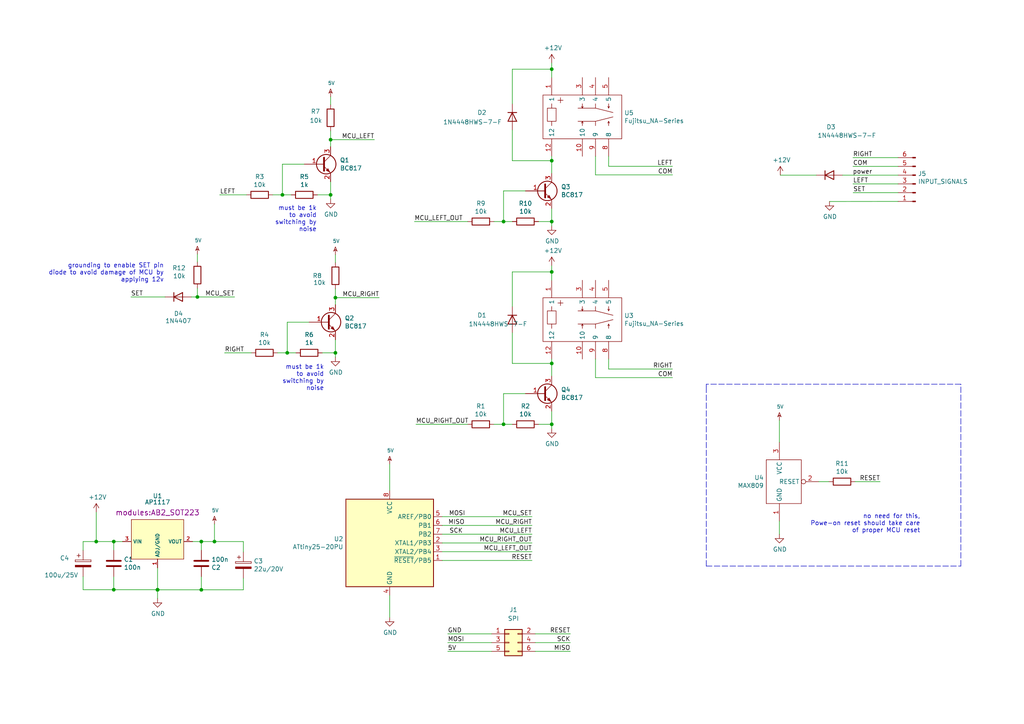
<source format=kicad_sch>
(kicad_sch (version 20200602) (host eeschema "5.99.0-unknown-6083c08~88~ubuntu18.04.1")
  (page 1 1)
  (paper "A4")
  (lib_symbols
    (symbol "Connector:Conn_01x06_Male" (pin_names hide)
      (property "Reference" "J" (at 0 7.62 0))
      (property "Value" "Conn_01x06_Male" (at 0 -10.16 0))
      (symbol "Conn_01x06_Male_1_1"
        (rectangle (start 0.8636 -7.493) (end 0 -7.747) (stroke (width 0.1524)) (fill (type outline)))
        (rectangle (start 0.8636 -4.953) (end 0 -5.207) (stroke (width 0.1524)) (fill (type outline)))
        (rectangle (start 0.8636 -2.413) (end 0 -2.667) (stroke (width 0.1524)) (fill (type outline)))
        (rectangle (start 0.8636 0.127) (end 0 -0.127) (stroke (width 0.1524)) (fill (type outline)))
        (rectangle (start 0.8636 2.667) (end 0 2.413) (stroke (width 0.1524)) (fill (type outline)))
        (rectangle (start 0.8636 5.207) (end 0 4.953) (stroke (width 0.1524)) (fill (type outline)))
        (polyline (pts (xy 1.27 -7.62) (xy 0.8636 -7.62)) (stroke (width 0.1524)))
        (polyline (pts (xy 1.27 -5.08) (xy 0.8636 -5.08)) (stroke (width 0.1524)))
        (polyline (pts (xy 1.27 -2.54) (xy 0.8636 -2.54)) (stroke (width 0.1524)))
        (polyline (pts (xy 1.27 0) (xy 0.8636 0)) (stroke (width 0.1524)))
        (polyline (pts (xy 1.27 2.54) (xy 0.8636 2.54)) (stroke (width 0.1524)))
        (polyline (pts (xy 1.27 5.08) (xy 0.8636 5.08)) (stroke (width 0.1524)))
        (pin passive line (at 5.08 5.08 180) (length 3.81) (name "Pin_1") (number "1"))
        (pin passive line (at 5.08 2.54 180) (length 3.81) (name "Pin_2") (number "2"))
        (pin passive line (at 5.08 0 180) (length 3.81) (name "Pin_3") (number "3"))
        (pin passive line (at 5.08 -2.54 180) (length 3.81) (name "Pin_4") (number "4"))
        (pin passive line (at 5.08 -5.08 180) (length 3.81) (name "Pin_5") (number "5"))
        (pin passive line (at 5.08 -7.62 180) (length 3.81) (name "Pin_6") (number "6"))
      )
    )
    (symbol "Connector_Generic:Conn_02x03_Odd_Even" (pin_names hide)
      (property "Reference" "J" (at 1.27 5.08 0))
      (property "Value" "Conn_02x03_Odd_Even" (at 1.27 -5.08 0))
      (symbol "Conn_02x03_Odd_Even_1_1"
        (rectangle (start -1.27 -2.413) (end 0 -2.667))
        (rectangle (start -1.27 0.127) (end 0 -0.127))
        (rectangle (start -1.27 2.667) (end 0 2.413))
        (rectangle (start -1.27 3.81) (end 3.81 -3.81) (stroke (width 0.254)) (fill (type background)))
        (rectangle (start 3.81 -2.413) (end 2.54 -2.667))
        (rectangle (start 3.81 0.127) (end 2.54 -0.127))
        (rectangle (start 3.81 2.667) (end 2.54 2.413))
        (pin passive line (at -5.08 2.54 0) (length 3.81) (name "Pin_1") (number "1"))
        (pin passive line (at 7.62 2.54 180) (length 3.81) (name "Pin_2") (number "2"))
        (pin passive line (at -5.08 0 0) (length 3.81) (name "Pin_3") (number "3"))
        (pin passive line (at 7.62 0 180) (length 3.81) (name "Pin_4") (number "4"))
        (pin passive line (at -5.08 -2.54 0) (length 3.81) (name "Pin_5") (number "5"))
        (pin passive line (at 7.62 -2.54 180) (length 3.81) (name "Pin_6") (number "6"))
      )
    )
    (symbol "Device:C" (pin_numbers hide) (pin_names (offset 0.254))
      (property "Reference" "C" (at 0.635 2.54 0))
      (property "Value" "C" (at 0.635 -2.54 0))
      (symbol "C_0_1"
        (polyline (pts (xy -2.032 -0.762) (xy 2.032 -0.762)) (stroke (width 0.508)))
        (polyline (pts (xy -2.032 0.762) (xy 2.032 0.762)) (stroke (width 0.508)))
      )
      (symbol "C_1_1"
        (pin passive line (at 0 3.81 270) (length 2.794) (name "~") (number "1"))
        (pin passive line (at 0 -3.81 90) (length 2.794) (name "~") (number "2"))
      )
    )
    (symbol "Device:CP" (pin_numbers hide) (pin_names (offset 0.254))
      (property "Reference" "C" (at 0.635 2.54 0))
      (property "Value" "CP" (at 0.635 -2.54 0))
      (symbol "CP_0_1"
        (rectangle (start -2.286 0.508) (end -2.286 1.016))
        (rectangle (start -2.286 0.508) (end 2.286 0.508))
        (rectangle (start 2.286 -0.508) (end -2.286 -1.016) (fill (type outline)))
        (rectangle (start 2.286 1.016) (end -2.286 1.016))
        (rectangle (start 2.286 1.016) (end 2.286 0.508))
        (polyline (pts (xy -1.778 2.286) (xy -0.762 2.286)))
        (polyline (pts (xy -1.27 2.794) (xy -1.27 1.778)))
      )
      (symbol "CP_1_1"
        (pin passive line (at 0 3.81 270) (length 2.794) (name "~") (number "1"))
        (pin passive line (at 0 -3.81 90) (length 2.794) (name "~") (number "2"))
      )
    )
    (symbol "Device:CP_1" (pin_numbers hide) (pin_names (offset 0.254))
      (property "Reference" "C" (at 0.635 2.54 0))
      (property "Value" "CP" (at 0.635 -2.54 0))
      (symbol "CP_1_0_1"
        (rectangle (start -2.286 0.508) (end 2.286 1.016))
        (rectangle (start 2.286 -0.508) (end -2.286 -1.016) (fill (type outline)))
        (polyline (pts (xy -1.778 2.286) (xy -0.762 2.286)))
        (polyline (pts (xy -1.27 2.794) (xy -1.27 1.778)))
      )
      (symbol "CP_1_1_1"
        (pin passive line (at 0 3.81 270) (length 2.794) (name "~") (number "1"))
        (pin passive line (at 0 -3.81 90) (length 2.794) (name "~") (number "2"))
      )
    )
    (symbol "Device:D" (pin_numbers hide) (pin_names hide)
      (property "Reference" "D" (at 0 2.54 0))
      (property "Value" "D" (at 0 -2.54 0))
      (symbol "D_0_1"
        (polyline (pts (xy -1.27 1.27) (xy -1.27 -1.27)) (stroke (width 0.254)))
        (polyline (pts (xy 1.27 0) (xy -1.27 0)))
        (polyline (pts (xy 1.27 1.27) (xy 1.27 -1.27) (xy -1.27 0) (xy 1.27 1.27)) (stroke (width 0.254)))
      )
      (symbol "D_1_1"
        (pin passive line (at -3.81 0 0) (length 2.54) (name "K") (number "1"))
        (pin passive line (at 3.81 0 180) (length 2.54) (name "A") (number "2"))
      )
    )
    (symbol "Device:D_1" (pin_numbers hide) (pin_names hide)
      (property "Reference" "D" (at 0 2.54 0))
      (property "Value" "D" (at 0 -2.54 0))
      (symbol "D_1_0_1"
        (polyline (pts (xy -1.27 1.27) (xy -1.27 -1.27)) (stroke (width 0.254)))
        (polyline (pts (xy 1.27 0) (xy -1.27 0)))
        (polyline (pts (xy 1.27 1.27) (xy 1.27 -1.27) (xy -1.27 0) (xy 1.27 1.27)) (stroke (width 0.254)))
      )
      (symbol "D_1_1_1"
        (pin passive line (at -3.81 0 0) (length 2.54) (name "K") (number "1"))
        (pin passive line (at 3.81 0 180) (length 2.54) (name "A") (number "2"))
      )
    )
    (symbol "Device:D_2" (pin_numbers hide) (pin_names hide)
      (property "Reference" "D" (at 0 2.54 0))
      (property "Value" "D" (at 0 -2.54 0))
      (symbol "D_2_0_1"
        (polyline (pts (xy -1.27 1.27) (xy -1.27 -1.27)) (stroke (width 0.254)))
        (polyline (pts (xy 1.27 0) (xy -1.27 0)))
        (polyline (pts (xy 1.27 1.27) (xy 1.27 -1.27) (xy -1.27 0) (xy 1.27 1.27)) (stroke (width 0.254)))
      )
      (symbol "D_2_1_1"
        (pin passive line (at -3.81 0 0) (length 2.54) (name "K") (number "1"))
        (pin passive line (at 3.81 0 180) (length 2.54) (name "A") (number "2"))
      )
    )
    (symbol "Device:D_3" (pin_numbers hide) (pin_names hide)
      (property "Reference" "D" (at 0 2.54 0))
      (property "Value" "D" (at 0 -2.54 0))
      (symbol "D_3_0_1"
        (polyline (pts (xy -1.27 1.27) (xy -1.27 -1.27)) (stroke (width 0.254)))
        (polyline (pts (xy 1.27 0) (xy -1.27 0)))
        (polyline (pts (xy 1.27 1.27) (xy 1.27 -1.27) (xy -1.27 0) (xy 1.27 1.27)) (stroke (width 0.254)))
      )
      (symbol "D_3_1_1"
        (pin passive line (at -3.81 0 0) (length 2.54) (name "K") (number "1"))
        (pin passive line (at 3.81 0 180) (length 2.54) (name "A") (number "2"))
      )
    )
    (symbol "Device:R" (pin_numbers hide) (pin_names (offset 0))
      (property "Reference" "R" (at 2.032 0 90))
      (property "Value" "R" (at 0 0 90))
      (symbol "R_0_1"
        (rectangle (start -1.016 -2.54) (end 1.016 2.54) (stroke (width 0.254)))
      )
      (symbol "R_1_1"
        (pin passive line (at 0 3.81 270) (length 1.27) (name "~") (number "1"))
        (pin passive line (at 0 -3.81 90) (length 1.27) (name "~") (number "2"))
      )
    )
    (symbol "Fujitsu_Takamisawa_relays:Fujitsu_NA-Series"
      (property "Reference" "U" (at -2.54 2.54 0))
      (property "Value" "Fujitsu_NA-Series" (at 22.86 0 0))
      (symbol "Fujitsu_NA-Series_0_1"
        (rectangle (start -10.16 7.62) (end 12.7 -5.08))
        (rectangle (start -8.89 3.81) (end -6.35 0))
        (polyline (pts (xy -7.62 0) (xy -7.62 -1.27)))
        (polyline (pts (xy -7.62 3.81) (xy -7.62 5.08)))
        (polyline (pts (xy -5.842 6.096) (xy -4.318 6.096)))
        (polyline (pts (xy -5.08 6.858) (xy -5.08 5.334)))
        (polyline (pts (xy 1.27 -1.27) (xy 1.27 0)))
        (polyline (pts (xy 1.27 5.08) (xy 1.27 3.81)))
        (polyline (pts (xy 5.08 3.81) (xy 10.16 2.54)))
        (polyline (pts (xy 8.89 0) (xy 8.89 -1.27)))
        (polyline (pts (xy 8.89 3.81) (xy 8.89 5.08)))
        (polyline (pts (xy 10.16 1.27) (xy 5.08 0)))
        (polyline (pts (xy 0 0) (xy 5.08 0) (xy 5.08 -1.27)))
        (polyline (pts (xy 0 3.81) (xy 5.08 3.81) (xy 5.08 5.08)))
        (polyline (pts (xy 1.016 -0.508) (xy 1.27 0) (xy 1.524 -0.508)))
        (polyline (pts (xy 1.016 4.318) (xy 1.27 3.81) (xy 1.524 4.318)))
        (polyline (pts (xy 8.636 -0.508) (xy 8.89 0) (xy 9.144 -0.508)))
        (polyline (pts (xy 9.144 4.318) (xy 8.89 3.81) (xy 8.636 4.318)))
      )
      (symbol "Fujitsu_NA-Series_1_1"
        (pin input line (at -7.62 12.7 270) (length 5.08) (name "1") (number "1"))
        (pin input line (at 1.27 -10.16 90) (length 5.08) (name "10") (number "10"))
        (pin input line (at -7.62 -10.16 90) (length 5.08) (name "12") (number "12"))
        (pin input line (at 1.27 12.7 270) (length 5.08) (name "3") (number "3"))
        (pin input line (at 5.08 12.7 270) (length 5.08) (name "4") (number "4"))
        (pin input line (at 8.89 12.7 270) (length 5.08) (name "5") (number "5"))
        (pin input line (at 8.89 -10.16 90) (length 5.08) (name "8") (number "8"))
        (pin input line (at 5.08 -10.16 90) (length 5.08) (name "9") (number "9"))
      )
    )
    (symbol "MAX809_810:MAX809"
      (property "Reference" "U" (at 5.08 -10.16 0))
      (property "Value" "MAX809" (at 3.81 -11.43 0))
      (symbol "MAX809_0_1"
        (rectangle (start -5.08 -8.89) (end -5.08 3.81))
        (rectangle (start -5.08 -8.89) (end 5.08 -8.89))
        (rectangle (start -5.08 3.81) (end 5.08 3.81))
        (rectangle (start 5.08 3.81) (end 5.08 -8.89))
      )
      (symbol "MAX809_1_1"
        (pin power_in line (at -1.27 -13.97 90) (length 5.08) (name "GND") (number "1"))
        (pin output inverted (at 10.16 -2.54 180) (length 5.08) (name "RESET") (number "2"))
        (pin power_in line (at -1.27 8.89 270) (length 5.08) (name "VCC") (number "3"))
      )
    )
    (symbol "MCU_Microchip_ATtiny:ATtiny25-20PU" (pin_names (offset 0.508))
      (property "Reference" "U" (at -12.7 13.97 0))
      (property "Value" "ATtiny25-20PU" (at 2.54 -13.97 0))
      (symbol "ATtiny25-20PU_0_1"
        (rectangle (start -12.7 -12.7) (end 12.7 12.7) (stroke (width 0.254)) (fill (type background)))
      )
      (symbol "ATtiny25-20PU_1_1"
        (pin tri_state line (at 15.24 -5.08 180) (length 2.54) (name "~RESET~/PB5") (number "1"))
        (pin tri_state line (at 15.24 0 180) (length 2.54) (name "XTAL1/PB3") (number "2"))
        (pin tri_state line (at 15.24 -2.54 180) (length 2.54) (name "XTAL2/PB4") (number "3"))
        (pin power_in line (at 0 -15.24 90) (length 2.54) (name "GND") (number "4"))
        (pin tri_state line (at 15.24 7.62 180) (length 2.54) (name "AREF/PB0") (number "5"))
        (pin tri_state line (at 15.24 5.08 180) (length 2.54) (name "PB1") (number "6"))
        (pin tri_state line (at 15.24 2.54 180) (length 2.54) (name "PB2") (number "7"))
        (pin power_in line (at 0 15.24 270) (length 2.54) (name "VCC") (number "8"))
      )
    )
    (symbol "Transistor_BJT:BC817" (pin_names (offset 0) hide)
      (property "Reference" "Q" (at 5.08 1.905 0))
      (property "Value" "BC817" (at 5.08 0 0))
      (symbol "BC817_0_1"
        (circle (center 1.27 0) (radius 2.8194) (stroke (width 0.254)))
        (polyline (pts (xy 0.635 0.635) (xy 2.54 2.54)))
        (polyline (pts (xy 0.635 -0.635) (xy 2.54 -2.54) (xy 2.54 -2.54)))
        (polyline (pts (xy 0.635 1.905) (xy 0.635 -1.905) (xy 0.635 -1.905)) (stroke (width 0.508)))
        (polyline (pts (xy 1.27 -1.778) (xy 1.778 -1.27) (xy 2.286 -2.286) (xy 1.27 -1.778) (xy 1.27 -1.778)) (fill (type outline)))
      )
      (symbol "BC817_1_1"
        (pin input line (at -5.08 0 0) (length 5.715) (name "B") (number "1"))
        (pin passive line (at 2.54 -5.08 90) (length 2.54) (name "E") (number "2"))
        (pin passive line (at 2.54 5.08 270) (length 2.54) (name "C") (number "3"))
      )
    )
    (symbol "open-project:AP1117"
      (property "Reference" "U" (at 6.35 -6.35 0))
      (property "Value" "AP1117" (at 0 7.62 0))
      (symbol "AP1117_0_1"
        (rectangle (start -7.62 6.35) (end 7.62 -5.08) (fill (type background)))
      )
      (symbol "AP1117_1_1"
        (pin input line (at 0 -7.62 90) (length 2.54) (name "ADJ/GND") (number "1"))
        (pin power_out line (at 10.16 0 180) (length 2.54) (name "VOUT") (number "2"))
        (pin input line (at -10.16 0 0) (length 2.54) (name "VIN") (number "3"))
      )
    )
    (symbol "power:+12V" (power) (pin_names (offset 0))
      (property "Value" "+12V" (at 0 3.556 0))
      (symbol "+12V_0_1"
        (polyline (pts (xy -0.762 1.27) (xy 0 2.54)))
        (polyline (pts (xy 0 0) (xy 0 2.54)))
        (polyline (pts (xy 0 2.54) (xy 0.762 1.27)))
      )
      (symbol "+12V_1_1"
        (pin power_in line (at 0 0 90) (length 0) hide (name "+12V") (number "1"))
      )
    )
    (symbol "power:GND" (power) (pin_names (offset 0))
      (property "Value" "GND" (at 0 -3.81 0))
      (symbol "GND_0_1"
        (polyline (pts (xy 0 0) (xy 0 -1.27) (xy 1.27 -1.27) (xy 0 -2.54) (xy -1.27 -1.27) (xy 0 -1.27)))
      )
      (symbol "GND_1_1"
        (pin power_in line (at 0 0 270) (length 0) hide (name "GND") (number "1"))
      )
    )
    (symbol "tinkerforge:5V" (power) (pin_names (offset 0))
      (property "Value" "5V" (at 0 3.175 0))
      (symbol "5V_0_1"
        (polyline (pts (xy 0 1.524) (xy 0 0)))
        (polyline (pts (xy 0 1.524) (xy 0.508 1.016) (xy 0 2.286) (xy -0.508 1.016) (xy 0 1.524) (xy 0 1.524)))
      )
      (symbol "5V_0_0"
        (pin power_in line (at 0 0 90) (length 0) hide (name "5V") (number "1"))
      )
    )
  )
  (junction (at 27.9146 157.0736))
  (junction (at 32.9946 157.0736))
  (junction (at 32.9946 171.0436))
  (junction (at 45.6946 171.0436))
  (junction (at 45.6946 171.069))
  (junction (at 57.2516 86.1314))
  (junction (at 58.3946 157.0736))
  (junction (at 58.3946 171.069))
  (junction (at 62.2046 157.0736))
  (junction (at 81.915 56.515))
  (junction (at 83.312 102.3366))
  (junction (at 95.885 40.513))
  (junction (at 95.885 56.515))
  (junction (at 97.282 86.3346))
  (junction (at 97.282 102.3366))
  (junction (at 146.05 64.262))
  (junction (at 146.05 123.063))
  (junction (at 160.02 20.066))
  (junction (at 160.02 46.609))
  (junction (at 160.02 64.262))
  (junction (at 160.02 78.867))
  (junction (at 160.02 105.41))
  (junction (at 160.02 123.063))
  (wire (pts (xy 24.1046 157.0736) (xy 27.9146 157.0736)))
  (wire (pts (xy 24.1046 159.6136) (xy 24.1046 157.0736)))
  (wire (pts (xy 24.1046 167.2336) (xy 24.1046 171.0436)))
  (wire (pts (xy 24.1046 171.0436) (xy 32.9946 171.0436)))
  (wire (pts (xy 27.9146 148.59) (xy 27.9146 157.0736)))
  (wire (pts (xy 32.9946 157.0736) (xy 27.9146 157.0736)))
  (wire (pts (xy 32.9946 159.6136) (xy 32.9946 157.0736)))
  (wire (pts (xy 32.9946 171.0436) (xy 32.9946 167.2336)))
  (wire (pts (xy 35.5346 157.0736) (xy 32.9946 157.0736)))
  (wire (pts (xy 37.973 86.1314) (xy 47.879 86.1314)))
  (wire (pts (xy 45.6946 164.6936) (xy 45.6946 171.0436)))
  (wire (pts (xy 45.6946 171.0436) (xy 32.9946 171.0436)))
  (wire (pts (xy 45.6946 171.069) (xy 45.6946 171.0436)))
  (wire (pts (xy 45.6946 171.069) (xy 45.6946 173.5836)))
  (wire (pts (xy 45.6946 171.069) (xy 58.3946 171.069)))
  (wire (pts (xy 55.499 86.1314) (xy 57.2516 86.1314)))
  (wire (pts (xy 55.8546 157.0736) (xy 58.3946 157.0736)))
  (wire (pts (xy 57.2516 73.6854) (xy 57.2516 75.9714)))
  (wire (pts (xy 57.2516 83.5914) (xy 57.2516 86.1314)))
  (wire (pts (xy 57.2516 86.1314) (xy 68.0466 86.1314)))
  (wire (pts (xy 58.3946 157.0736) (xy 62.2046 157.0736)))
  (wire (pts (xy 58.3946 159.6136) (xy 58.3946 157.0736)))
  (wire (pts (xy 58.3946 167.2336) (xy 58.3946 171.069)))
  (wire (pts (xy 58.3946 171.069) (xy 70.5866 171.069)))
  (wire (pts (xy 62.2046 157.0736) (xy 62.2046 151.9936)))
  (wire (pts (xy 62.2046 157.0736) (xy 70.5866 157.0736)))
  (wire (pts (xy 63.7794 56.515) (xy 63.7794 56.5404)))
  (wire (pts (xy 65.1764 102.3366) (xy 65.1764 102.362)))
  (wire (pts (xy 70.5866 157.0736) (xy 70.5866 160.0962)))
  (wire (pts (xy 70.5866 167.7162) (xy 70.5866 171.069)))
  (wire (pts (xy 71.501 56.515) (xy 63.7794 56.515)))
  (wire (pts (xy 72.898 102.3366) (xy 65.1764 102.3366)))
  (wire (pts (xy 81.915 47.625) (xy 81.915 56.515)))
  (wire (pts (xy 81.915 47.625) (xy 88.265 47.625)))
  (wire (pts (xy 81.915 56.515) (xy 79.121 56.515)))
  (wire (pts (xy 81.915 56.515) (xy 84.455 56.515)))
  (wire (pts (xy 83.312 93.4466) (xy 83.312 102.3366)))
  (wire (pts (xy 83.312 93.4466) (xy 89.662 93.4466)))
  (wire (pts (xy 83.312 102.3366) (xy 80.518 102.3366)))
  (wire (pts (xy 83.312 102.3366) (xy 85.852 102.3366)))
  (wire (pts (xy 92.075 56.515) (xy 95.885 56.515)))
  (wire (pts (xy 93.472 102.3366) (xy 97.282 102.3366)))
  (wire (pts (xy 95.885 28.067) (xy 95.885 30.353)))
  (wire (pts (xy 95.885 37.973) (xy 95.885 40.513)))
  (wire (pts (xy 95.885 40.513) (xy 95.885 42.545)))
  (wire (pts (xy 95.885 40.513) (xy 108.585 40.513)))
  (wire (pts (xy 95.885 52.705) (xy 95.885 56.515)))
  (wire (pts (xy 95.885 57.785) (xy 95.885 56.515)))
  (wire (pts (xy 97.282 73.8886) (xy 97.282 76.1746)))
  (wire (pts (xy 97.282 83.7946) (xy 97.282 86.3346)))
  (wire (pts (xy 97.282 86.3346) (xy 97.282 88.3666)))
  (wire (pts (xy 97.282 86.3346) (xy 109.982 86.3346)))
  (wire (pts (xy 97.282 98.5266) (xy 97.282 102.3366)))
  (wire (pts (xy 97.282 103.6066) (xy 97.282 102.3366)))
  (wire (pts (xy 113.03 134.62) (xy 113.03 142.24)))
  (wire (pts (xy 113.03 172.72) (xy 113.03 179.07)))
  (wire (pts (xy 120.1928 64.262) (xy 135.6614 64.262)))
  (wire (pts (xy 120.65 123.063) (xy 135.636 123.063)))
  (wire (pts (xy 128.27 149.86) (xy 154.305 149.86)))
  (wire (pts (xy 128.27 152.4) (xy 154.305 152.4)))
  (wire (pts (xy 128.27 154.94) (xy 154.305 154.94)))
  (wire (pts (xy 128.27 157.48) (xy 154.305 157.48)))
  (wire (pts (xy 128.27 160.02) (xy 154.305 160.02)))
  (wire (pts (xy 128.27 162.56) (xy 154.305 162.56)))
  (wire (pts (xy 129.8702 183.8452) (xy 142.5702 183.8452)))
  (wire (pts (xy 129.8702 186.3852) (xy 142.5702 186.3852)))
  (wire (pts (xy 129.8702 188.9252) (xy 142.5702 188.9252)))
  (wire (pts (xy 146.05 55.372) (xy 146.05 64.262)))
  (wire (pts (xy 146.05 55.372) (xy 152.4 55.372)))
  (wire (pts (xy 146.05 64.262) (xy 143.2814 64.262)))
  (wire (pts (xy 146.05 64.262) (xy 148.59 64.262)))
  (wire (pts (xy 146.05 114.173) (xy 146.05 123.063)))
  (wire (pts (xy 146.05 114.173) (xy 152.4 114.173)))
  (wire (pts (xy 146.05 123.063) (xy 143.256 123.063)))
  (wire (pts (xy 146.05 123.063) (xy 148.59 123.063)))
  (wire (pts (xy 148.59 20.066) (xy 148.59 30.099)))
  (wire (pts (xy 148.59 20.066) (xy 160.02 20.066)))
  (wire (pts (xy 148.59 37.719) (xy 148.59 46.609)))
  (wire (pts (xy 148.59 46.609) (xy 160.02 46.609)))
  (wire (pts (xy 148.59 78.867) (xy 148.59 88.9)))
  (wire (pts (xy 148.59 78.867) (xy 160.02 78.867)))
  (wire (pts (xy 148.59 96.52) (xy 148.59 105.41)))
  (wire (pts (xy 148.59 105.41) (xy 160.02 105.41)))
  (wire (pts (xy 155.2702 183.8452) (xy 165.4302 183.8452)))
  (wire (pts (xy 155.2702 186.3852) (xy 165.4302 186.3852)))
  (wire (pts (xy 155.2702 188.9252) (xy 165.4302 188.9252)))
  (wire (pts (xy 156.21 64.262) (xy 160.02 64.262)))
  (wire (pts (xy 156.21 123.063) (xy 160.02 123.063)))
  (wire (pts (xy 160.02 20.066) (xy 160.02 18.288)))
  (wire (pts (xy 160.02 20.066) (xy 160.02 22.479)))
  (wire (pts (xy 160.02 46.609) (xy 160.02 45.339)))
  (wire (pts (xy 160.02 46.609) (xy 160.02 50.292)))
  (wire (pts (xy 160.02 60.452) (xy 160.02 64.262)))
  (wire (pts (xy 160.02 65.532) (xy 160.02 64.262)))
  (wire (pts (xy 160.02 78.867) (xy 160.02 77.089)))
  (wire (pts (xy 160.02 78.867) (xy 160.02 78.8416)))
  (wire (pts (xy 160.02 78.867) (xy 160.02 81.28)))
  (wire (pts (xy 160.02 105.41) (xy 160.02 104.14)))
  (wire (pts (xy 160.02 105.41) (xy 160.02 109.093)))
  (wire (pts (xy 160.02 119.253) (xy 160.02 123.063)))
  (wire (pts (xy 160.02 124.333) (xy 160.02 123.063)))
  (wire (pts (xy 172.72 45.339) (xy 172.72 50.7238)))
  (wire (pts (xy 172.72 50.7238) (xy 195.072 50.7238)))
  (wire (pts (xy 172.72 104.14) (xy 172.72 109.5248)))
  (wire (pts (xy 172.72 109.5248) (xy 195.072 109.5248)))
  (wire (pts (xy 176.53 45.339) (xy 176.53 48.2346)))
  (wire (pts (xy 176.53 48.2346) (xy 195.0466 48.2346)))
  (wire (pts (xy 176.53 104.14) (xy 176.53 107.0356)))
  (wire (pts (xy 176.53 107.0356) (xy 195.0466 107.0356)))
  (wire (pts (xy 226.06 121.92) (xy 226.06 128.27)))
  (wire (pts (xy 226.06 151.13) (xy 226.06 154.94)))
  (wire (pts (xy 236.7534 50.8) (xy 226.314 50.8)))
  (wire (pts (xy 237.49 139.7) (xy 240.411 139.7)))
  (wire (pts (xy 248.031 139.7) (xy 255.27 139.7)))
  (wire (pts (xy 260.477 45.72) (xy 247.396 45.72)))
  (wire (pts (xy 260.477 48.26) (xy 247.396 48.26)))
  (wire (pts (xy 260.477 50.8) (xy 244.3734 50.8)))
  (wire (pts (xy 260.477 53.34) (xy 247.396 53.34)))
  (wire (pts (xy 260.477 55.88) (xy 247.4468 55.88)))
  (wire (pts (xy 260.477 58.42) (xy 240.5888 58.4454)))
  (polyline (pts (xy 204.851 111.4298) (xy 204.851 112.2426)) (stroke (width 0) (type dash)))
  (polyline (pts (xy 204.851 112.2426) (xy 204.851 164.1856)) (stroke (width 0) (type dash)))
  (polyline (pts (xy 204.851 164.1856) (xy 278.6888 164.1856)) (stroke (width 0) (type dash)))
  (polyline (pts (xy 278.6888 111.4298) (xy 204.851 111.4298)) (stroke (width 0) (type dash)))
  (polyline (pts (xy 278.6888 164.1856) (xy 278.6888 111.4298)) (stroke (width 0) (type dash)))
  (text "grounding to enable SET pin\ndiode to avoid damage of MCU by\napplying 12v" (at 47.5488 81.9658 0) (effects (font (size 1.27 1.27)) (justify right bottom)))
  (text "must be 1k\nto avoid\nswitching by\nnoise" (at 91.8718 67.3608 180) (effects (font (size 1.27 1.27)) (justify right bottom)))
  (text "must be 1k\nto avoid\nswitching by\nnoise" (at 94.0054 113.4364 180) (effects (font (size 1.27 1.27)) (justify right bottom)))
  (text "no need for this,\nPowe-on reset should take care\nof proper MCU reset" (at 266.9286 154.686 0) (effects (font (size 1.27 1.27)) (justify right bottom)))
  (label "SET" (at 37.973 86.1314 0))
  (label "LEFT" (at 63.7794 56.5404 0))
  (label "RIGHT" (at 65.1764 102.362 0))
  (label "MCU_SET" (at 68.0466 86.1314 180))
  (label "MCU_LEFT" (at 108.585 40.513 180))
  (label "MCU_RIGHT" (at 109.982 86.3346 180))
  (label "MCU_LEFT_OUT" (at 120.1928 64.262 0))
  (label "MCU_RIGHT_OUT" (at 120.65 123.063 0))
  (label "GND" (at 129.8702 183.8452 0))
  (label "MOSI" (at 129.8702 186.3852 0))
  (label "5V" (at 129.8702 188.9252 0))
  (label "SCK" (at 134.2644 154.94 180))
  (label "MISO" (at 134.7724 152.4 180))
  (label "MOSI" (at 134.9756 149.86 180))
  (label "MCU_SET" (at 154.305 149.86 180))
  (label "MCU_RIGHT" (at 154.305 152.4 180))
  (label "MCU_LEFT" (at 154.305 154.94 180))
  (label "MCU_RIGHT_OUT" (at 154.305 157.48 180))
  (label "MCU_LEFT_OUT" (at 154.305 160.02 180))
  (label "RESET" (at 154.305 162.56 180))
  (label "RESET" (at 165.4302 183.8452 180))
  (label "SCK" (at 165.4302 186.3852 180))
  (label "MISO" (at 165.4302 188.9252 180))
  (label "LEFT" (at 195.0466 48.2346 180))
  (label "RIGHT" (at 195.0466 107.0356 180))
  (label "COM" (at 195.072 50.7238 180))
  (label "COM" (at 195.072 109.5248 180))
  (label "RIGHT" (at 247.396 45.72 0))
  (label "COM" (at 247.396 48.26 0))
  (label "LEFT" (at 247.396 53.34 0))
  (label "SET" (at 247.4468 55.88 0))
  (label "power" (at 253.0094 50.8 180))
  (label "RESET" (at 255.27 139.7 180))
  (symbol (lib_id "tinkerforge:5V") (at 57.2516 73.6854 0) (unit 1)
    (property "Reference" "#PWR0112" (effects hide))
    (property "Value" "5V" (at 57.4802 69.723 0) (effects (font (size 1.016 1.016))))
  )
  (symbol (lib_id "tinkerforge:5V") (at 62.2046 151.9936 0) (unit 1)
    (property "Reference" "#PWR0118" (effects hide))
    (property "Value" "5V" (at 62.4332 148.0312 0) (effects (font (size 1.016 1.016))))
  )
  (symbol (lib_id "tinkerforge:5V") (at 95.885 28.067 0) (unit 1)
    (property "Reference" "#PWR0102" (effects hide))
    (property "Value" "5V" (at 96.1136 24.1046 0) (effects (font (size 1.016 1.016))))
  )
  (symbol (lib_id "tinkerforge:5V") (at 97.282 73.8886 0) (unit 1)
    (property "Reference" "#PWR0104" (effects hide))
    (property "Value" "5V" (at 97.5106 69.9262 0) (effects (font (size 1.016 1.016))))
  )
  (symbol (lib_id "tinkerforge:5V") (at 113.03 134.62 0) (unit 1)
    (property "Reference" "#PWR0120" (effects hide))
    (property "Value" "5V" (at 113.2586 130.6576 0) (effects (font (size 1.016 1.016))))
  )
  (symbol (lib_id "tinkerforge:5V") (at 226.06 121.92 0) (unit 1)
    (property "Reference" "#PWR02" (effects hide))
    (property "Value" "5V" (at 226.2886 117.9576 0) (effects (font (size 1.016 1.016))))
  )
  (symbol (lib_id "power:+12V") (at 27.9146 148.59 0) (unit 1)
    (property "Reference" "#PWR0115" (effects hide))
    (property "Value" "+12V" (at 28.2956 144.1958 0))
  )
  (symbol (lib_id "power:+12V") (at 160.02 18.288 0) (unit 1)
    (property "Reference" "#PWR0108" (effects hide))
    (property "Value" "+12V" (at 160.401 13.8938 0))
  )
  (symbol (lib_id "power:+12V") (at 160.02 77.089 0) (unit 1)
    (property "Reference" "#PWR0101" (effects hide))
    (property "Value" "+12V" (at 160.401 72.6948 0))
  )
  (symbol (lib_id "power:+12V") (at 226.314 50.8 0) (unit 1)
    (property "Reference" "#PWR0111" (effects hide))
    (property "Value" "+12V" (at 226.695 46.4058 0))
  )
  (symbol (lib_id "power:GND") (at 45.6946 173.5836 0) (unit 1)
    (property "Reference" "#PWR0110" (effects hide))
    (property "Value" "GND" (at 45.8216 177.9778 0))
  )
  (symbol (lib_id "power:GND") (at 95.885 57.785 0) (unit 1)
    (property "Reference" "#PWR0103" (effects hide))
    (property "Value" "GND" (at 96.012 62.1792 0))
  )
  (symbol (lib_id "power:GND") (at 97.282 103.6066 0) (unit 1)
    (property "Reference" "#PWR0106" (effects hide))
    (property "Value" "GND" (at 97.409 108.0008 0))
  )
  (symbol (lib_id "power:GND") (at 113.03 179.07 0) (unit 1)
    (property "Reference" "#PWR0119" (effects hide))
    (property "Value" "GND" (at 113.157 183.4642 0))
  )
  (symbol (lib_id "power:GND") (at 160.02 65.532 0) (unit 1)
    (property "Reference" "#PWR0105" (effects hide))
    (property "Value" "GND" (at 160.147 69.9262 0))
  )
  (symbol (lib_id "power:GND") (at 160.02 124.333 0) (unit 1)
    (property "Reference" "#PWR0107" (effects hide))
    (property "Value" "GND" (at 160.147 128.7272 0))
  )
  (symbol (lib_id "power:GND") (at 226.06 154.94 0) (unit 1)
    (property "Reference" "#PWR03" (effects hide))
    (property "Value" "GND" (at 226.187 159.3342 0))
  )
  (symbol (lib_id "power:GND") (at 240.5888 58.4454 0) (unit 1)
    (property "Reference" "#PWR0109" (effects hide))
    (property "Value" "GND" (at 240.7158 62.8396 0))
  )
  (symbol (lib_id "Device:R") (at 57.2516 79.7814 0) (unit 1)
    (property "Reference" "R12" (at 51.9176 77.724 0))
    (property "Value" "10k" (at 51.9938 80.0608 0))
    (property "Footprint" "Resistors_SMD.pretty:R_0805_HandSoldering" (effects hide))
  )
  (symbol (lib_id "Device:R") (at 75.311 56.515 270) (unit 1)
    (property "Reference" "R3" (at 75.311 51.2572 90))
    (property "Value" "10k" (at 75.311 53.5686 90))
    (property "Footprint" "Resistors_SMD.pretty:R_0805_HandSoldering" (effects hide))
  )
  (symbol (lib_id "Device:R") (at 76.708 102.3366 270) (unit 1)
    (property "Reference" "R4" (at 76.708 97.0788 90))
    (property "Value" "10k" (at 76.708 99.3902 90))
    (property "Footprint" "Resistors_SMD.pretty:R_0805_HandSoldering" (effects hide))
  )
  (symbol (lib_id "Device:R") (at 88.265 56.515 270) (unit 1)
    (property "Reference" "R5" (at 88.265 51.2572 90))
    (property "Value" "1k" (at 88.265 53.569 90))
    (property "Footprint" "Resistors_SMD.pretty:R_0805_HandSoldering" (effects hide))
  )
  (symbol (lib_id "Device:R") (at 89.662 102.3366 270) (unit 1)
    (property "Reference" "R6" (at 89.662 97.0788 90))
    (property "Value" "1k" (at 89.6624 99.3906 90))
    (property "Footprint" "Resistors_SMD.pretty:R_0805_HandSoldering" (effects hide))
  )
  (symbol (lib_id "Device:R") (at 95.885 34.163 0) (unit 1)
    (property "Reference" "R7" (at 91.4908 32.3342 0))
    (property "Value" "10k" (at 91.6178 34.9504 0))
    (property "Footprint" "Resistors_SMD.pretty:R_0805_HandSoldering" (effects hide))
  )
  (symbol (lib_id "Device:R") (at 97.282 79.9846 0) (unit 1)
    (property "Reference" "R8" (at 92.0242 79.9846 0))
    (property "Value" "10k" (at 92.6846 81.9658 0))
    (property "Footprint" "Resistors_SMD.pretty:R_0805_HandSoldering" (effects hide))
  )
  (symbol (lib_id "Device:R") (at 139.446 123.063 270) (unit 1)
    (property "Reference" "R1" (at 139.446 117.8052 90))
    (property "Value" "10k" (at 139.446 120.1166 90))
    (property "Footprint" "Resistors_SMD.pretty:R_0805_HandSoldering" (effects hide))
  )
  (symbol (lib_id "Device:R") (at 139.4714 64.262 270) (unit 1)
    (property "Reference" "R9" (at 139.4714 59.0042 90))
    (property "Value" "10k" (at 139.4714 61.3156 90))
    (property "Footprint" "Resistors_SMD.pretty:R_0805_HandSoldering" (effects hide))
  )
  (symbol (lib_id "Device:R") (at 152.4 64.262 270) (unit 1)
    (property "Reference" "R10" (at 152.4 59.0042 90))
    (property "Value" "10k" (at 152.4 61.316 90))
    (property "Footprint" "Resistors_SMD.pretty:R_0805_HandSoldering" (effects hide))
  )
  (symbol (lib_id "Device:R") (at 152.4 123.063 270) (unit 1)
    (property "Reference" "R2" (at 152.4 117.8052 90))
    (property "Value" "10k" (at 152.4 120.117 90))
    (property "Footprint" "Resistors_SMD.pretty:R_0805_HandSoldering" (effects hide))
  )
  (symbol (lib_id "Device:R") (at 244.221 139.7 270) (unit 1)
    (property "Reference" "R11" (at 244.221 134.4422 90))
    (property "Value" "10k" (at 244.221 136.7536 90))
    (property "Footprint" "Resistors_SMD.pretty:R_0805_HandSoldering" (effects hide))
  )
  (symbol (lib_name "Device:D_1") (lib_id "Device:D") (at 51.689 86.1314 0) (unit 1)
    (property "Reference" "D4" (at 50.419 90.9574 0) (effects (justify left)))
    (property "Value" "1N4407" (at 47.9044 93.0656 0) (effects (justify left)))
    (property "Footprint" "Diodes_SMD:D_SOD-323_HandSoldering" (effects hide))
  )
  (symbol (lib_name "Device:D_3") (lib_id "Device:D") (at 148.59 33.909 270) (unit 1)
    (property "Reference" "D2" (at 138.43 32.639 90) (effects (justify left)))
    (property "Value" "1N4448HWS-7-F" (at 128.4986 35.4076 90) (effects (justify left)))
    (property "Footprint" "Diodes_SMD:D_SOD-323_HandSoldering" (effects hide))
  )
  (symbol (lib_name "Device:D_2") (lib_id "Device:D") (at 148.59 92.71 270) (unit 1)
    (property "Reference" "D1" (at 138.43 91.44 90) (effects (justify left)))
    (property "Value" "1N4448HWS-7-F" (at 135.89 93.98 90) (effects (justify left)))
    (property "Footprint" "Diodes_SMD:D_SOD-323_HandSoldering" (effects hide))
  )
  (symbol (lib_id "Device:D") (at 240.5634 50.8 0) (unit 1)
    (property "Reference" "D3" (at 239.6744 36.83 0) (effects (justify left)))
    (property "Value" "1N4448HWS-7-F" (at 237.084 39.294 0) (effects (justify left)))
    (property "Footprint" "Diodes_SMD:D_SOD-323_HandSoldering" (effects hide))
  )
  (symbol (lib_id "Device:CP") (at 24.1046 163.4236 0) (unit 1)
    (property "Reference" "C4" (at 17.3736 161.8742 0) (effects (justify left)))
    (property "Value" "100u/25V" (at 12.8524 166.8018 0) (effects (justify left)))
    (property "Footprint" "Capacitors_Tantalum_SMD:CP_Tantalum_Case-D_EIA-7343-31_Hand" (effects hide))
  )
  (symbol (lib_id "Device:C") (at 32.9946 163.4236 0) (unit 1)
    (property "Reference" "C1" (at 35.9156 162.2552 0) (effects (justify left)))
    (property "Value" "100n" (at 35.9156 164.5666 0) (effects (justify left)))
    (property "Footprint" "Capacitors_SMD.pretty:C_0805_HandSoldering" (effects hide))
  )
  (symbol (lib_id "Device:C") (at 58.3946 163.4236 0) (mirror x) (unit 1)
    (property "Reference" "C2" (at 61.3156 164.592 0) (effects (justify left)))
    (property "Value" "100n" (at 61.3156 162.2806 0) (effects (justify left)))
    (property "Footprint" "Capacitors_SMD.pretty:C_0805_HandSoldering" (effects hide))
  )
  (symbol (lib_name "Device:CP_1") (lib_id "Device:CP") (at 70.5866 163.9062 0) (unit 1)
    (property "Reference" "C3" (at 73.5838 162.7378 0) (effects (justify left)))
    (property "Value" "22u/20V" (at 73.5838 165.0492 0) (effects (justify left)))
    (property "Footprint" "Capacitors_Tantalum_SMD:CP_Tantalum_Case-B_EIA-3528-21_Hand" (effects hide))
  )
  (symbol (lib_id "Connector:Conn_01x06_Male") (at 265.557 53.34 180) (unit 1)
    (property "Reference" "J5" (at 266.2682 50.3682 0) (effects (justify right)))
    (property "Value" "INPUT_SIGNALS" (at 266.268 52.654 0) (effects (justify right)))
    (property "Footprint" "Connectors_Molex:Molex_MiniFit-JR-5569-06A2_2x03x4.20mm_Angled" (effects hide))
  )
  (symbol (lib_id "Transistor_BJT:BC817") (at 93.345 47.625 0) (unit 1)
    (property "Reference" "Q1" (at 98.5774 46.4566 0) (effects (justify left)))
    (property "Value" "BC817" (at 98.5774 48.768 0) (effects (justify left)))
    (property "Footprint" "Housings_SOT-23_SOT-143_TSOT-6.pretty:SOT-23_Handsoldering" (effects hide))
  )
  (symbol (lib_id "Transistor_BJT:BC817") (at 94.742 93.4466 0) (unit 1)
    (property "Reference" "Q2" (at 99.9744 92.2782 0) (effects (justify left)))
    (property "Value" "BC817" (at 99.9744 94.5896 0) (effects (justify left)))
    (property "Footprint" "Housings_SOT-23_SOT-143_TSOT-6.pretty:SOT-23_Handsoldering" (effects hide))
  )
  (symbol (lib_id "Transistor_BJT:BC817") (at 157.48 55.372 0) (unit 1)
    (property "Reference" "Q3" (at 162.7124 54.2036 0) (effects (justify left)))
    (property "Value" "BC817" (at 162.7124 56.515 0) (effects (justify left)))
    (property "Footprint" "Housings_SOT-23_SOT-143_TSOT-6.pretty:SOT-23_Handsoldering" (effects hide))
  )
  (symbol (lib_id "Transistor_BJT:BC817") (at 157.48 114.173 0) (unit 1)
    (property "Reference" "Q4" (at 162.7124 113.0046 0) (effects (justify left)))
    (property "Value" "BC817" (at 162.7124 115.316 0) (effects (justify left)))
    (property "Footprint" "Housings_SOT-23_SOT-143_TSOT-6.pretty:SOT-23_Handsoldering" (effects hide))
  )
  (symbol (lib_id "Connector_Generic:Conn_02x03_Odd_Even") (at 147.6502 186.3852 0) (unit 1)
    (property "Reference" "J1" (at 148.9202 176.8602 0))
    (property "Value" "SPI" (at 148.9202 179.4002 0))
    (property "Footprint" "Pin_Headers.pretty:Pin_Header_Straight_2x03" (effects hide))
  )
  (symbol (lib_id "open-project:AP1117") (at 45.6946 157.0736 0) (unit 1)
    (property "Reference" "U1" (at 45.6946 143.8402 0))
    (property "Value" "AP1117" (at 45.6946 145.6436 0))
    (property "Footprint" "modules:AB2_SOT223" (at 45.6946 148.6662 0) (effects (font (size 1.524 1.524))))
  )
  (symbol (lib_id "MAX809_810:MAX809") (at 227.33 137.16 0) (unit 1)
    (property "Reference" "U4" (at 221.5388 138.5316 0) (effects (justify right)))
    (property "Value" "MAX809" (at 221.5388 140.843 0) (effects (justify right)))
    (property "Footprint" "TO_SOT_Packages_SMD.pretty:SOT-23_Handsoldering" (effects hide))
    (property "Datasheet" "https://datasheets.maximintegrated.com/en/ds/MAX803-MAX810Z.pdf" (effects hide))
  )
  (symbol (lib_id "Fujitsu_Takamisawa_relays:Fujitsu_NA-Series") (at 167.64 35.179 0) (unit 1)
    (property "Reference" "U5" (at 181.0512 32.7406 0) (effects (justify left)))
    (property "Value" "Fujitsu_NA-Series" (at 181.0512 35.052 0) (effects (justify left)))
    (property "Footprint" "modules:FUJITSU-NA-SERIES" (effects hide))
  )
  (symbol (lib_id "Fujitsu_Takamisawa_relays:Fujitsu_NA-Series") (at 167.64 93.98 0) (unit 1)
    (property "Reference" "U3" (at 181.0512 91.5416 0) (effects (justify left)))
    (property "Value" "Fujitsu_NA-Series" (at 181.0512 93.853 0) (effects (justify left)))
    (property "Footprint" "modules:FUJITSU-NA-SERIES" (effects hide))
  )
  (symbol (lib_id "MCU_Microchip_ATtiny:ATtiny25-20PU") (at 113.03 157.48 0) (unit 1)
    (property "Reference" "U2" (at 99.5934 156.3116 0) (effects (justify right)))
    (property "Value" "ATtiny25-20PU" (at 99.5934 158.623 0) (effects (justify right)))
    (property "Footprint" "Housings_SOIC:SO-8_5.3x6.2mm_Pitch1.27mm" (effects hide))
    (property "Datasheet" "http://ww1.microchip.com/downloads/en/DeviceDoc/atmel-2586-avr-8-bit-microcontroller-attiny25-attiny45-attiny85_datasheet.pdf" (effects hide))
  )
)
</source>
